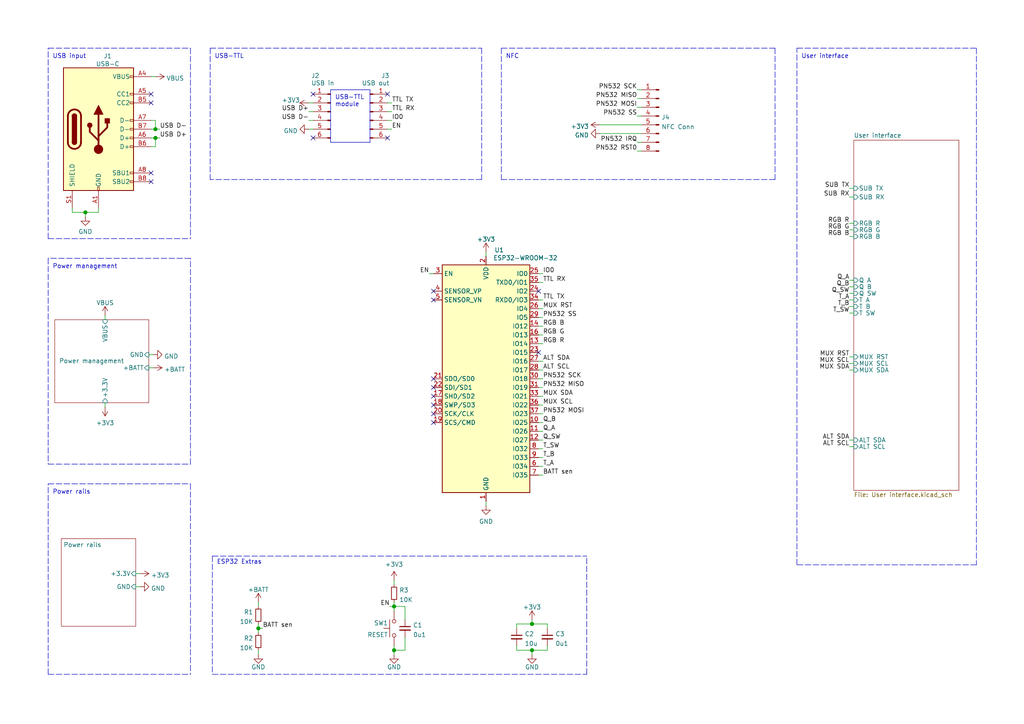
<source format=kicad_sch>
(kicad_sch (version 20210621) (generator eeschema)
  (paper "A4")
  (lib_symbols
    (symbol "Connector:Conn_01x06_Male" (pin_names (offset 1.016) hide)
      (property "Reference" "J" (at 0 7.62 0))
      (property "Value" "Conn_01x06_Male" (at 0 -10.16 0))
      (symbol "Conn_01x06_Male_1_1"
        (rectangle (start 0.8636 -7.493) (end 0 -7.747) (stroke (width 0.1524)) (fill (type outline)))
        (rectangle (start 0.8636 -4.953) (end 0 -5.207) (stroke (width 0.1524)) (fill (type outline)))
        (rectangle (start 0.8636 -2.413) (end 0 -2.667) (stroke (width 0.1524)) (fill (type outline)))
        (rectangle (start 0.8636 0.127) (end 0 -0.127) (stroke (width 0.1524)) (fill (type outline)))
        (rectangle (start 0.8636 2.667) (end 0 2.413) (stroke (width 0.1524)) (fill (type outline)))
        (rectangle (start 0.8636 5.207) (end 0 4.953) (stroke (width 0.1524)) (fill (type outline)))
        (polyline (pts (xy 1.27 -7.62) (xy 0.8636 -7.62)) (stroke (width 0.1524)))
        (polyline (pts (xy 1.27 -5.08) (xy 0.8636 -5.08)) (stroke (width 0.1524)))
        (polyline (pts (xy 1.27 -2.54) (xy 0.8636 -2.54)) (stroke (width 0.1524)))
        (polyline (pts (xy 1.27 0) (xy 0.8636 0)) (stroke (width 0.1524)))
        (polyline (pts (xy 1.27 2.54) (xy 0.8636 2.54)) (stroke (width 0.1524)))
        (polyline (pts (xy 1.27 5.08) (xy 0.8636 5.08)) (stroke (width 0.1524)))
        (pin passive line (at 5.08 5.08 180) (length 3.81) (name "Pin_1") (number "1"))
        (pin passive line (at 5.08 2.54 180) (length 3.81) (name "Pin_2") (number "2"))
        (pin passive line (at 5.08 0 180) (length 3.81) (name "Pin_3") (number "3"))
        (pin passive line (at 5.08 -2.54 180) (length 3.81) (name "Pin_4") (number "4"))
        (pin passive line (at 5.08 -5.08 180) (length 3.81) (name "Pin_5") (number "5"))
        (pin passive line (at 5.08 -7.62 180) (length 3.81) (name "Pin_6") (number "6"))
      )
    )
    (symbol "Connector:Conn_01x08_Male" (pin_names (offset 1.016) hide)
      (property "Reference" "J" (at 0 10.16 0))
      (property "Value" "Conn_01x08_Male" (at 0 -12.7 0))
      (symbol "Conn_01x08_Male_1_1"
        (rectangle (start 0.8636 -10.033) (end 0 -10.287) (stroke (width 0.1524)) (fill (type outline)))
        (rectangle (start 0.8636 -7.493) (end 0 -7.747) (stroke (width 0.1524)) (fill (type outline)))
        (rectangle (start 0.8636 -4.953) (end 0 -5.207) (stroke (width 0.1524)) (fill (type outline)))
        (rectangle (start 0.8636 -2.413) (end 0 -2.667) (stroke (width 0.1524)) (fill (type outline)))
        (rectangle (start 0.8636 0.127) (end 0 -0.127) (stroke (width 0.1524)) (fill (type outline)))
        (rectangle (start 0.8636 2.667) (end 0 2.413) (stroke (width 0.1524)) (fill (type outline)))
        (rectangle (start 0.8636 5.207) (end 0 4.953) (stroke (width 0.1524)) (fill (type outline)))
        (rectangle (start 0.8636 7.747) (end 0 7.493) (stroke (width 0.1524)) (fill (type outline)))
        (polyline (pts (xy 1.27 -10.16) (xy 0.8636 -10.16)) (stroke (width 0.1524)))
        (polyline (pts (xy 1.27 -7.62) (xy 0.8636 -7.62)) (stroke (width 0.1524)))
        (polyline (pts (xy 1.27 -5.08) (xy 0.8636 -5.08)) (stroke (width 0.1524)))
        (polyline (pts (xy 1.27 -2.54) (xy 0.8636 -2.54)) (stroke (width 0.1524)))
        (polyline (pts (xy 1.27 0) (xy 0.8636 0)) (stroke (width 0.1524)))
        (polyline (pts (xy 1.27 2.54) (xy 0.8636 2.54)) (stroke (width 0.1524)))
        (polyline (pts (xy 1.27 5.08) (xy 0.8636 5.08)) (stroke (width 0.1524)))
        (polyline (pts (xy 1.27 7.62) (xy 0.8636 7.62)) (stroke (width 0.1524)))
        (pin passive line (at 5.08 7.62 180) (length 3.81) (name "Pin_1") (number "1"))
        (pin passive line (at 5.08 5.08 180) (length 3.81) (name "Pin_2") (number "2"))
        (pin passive line (at 5.08 2.54 180) (length 3.81) (name "Pin_3") (number "3"))
        (pin passive line (at 5.08 0 180) (length 3.81) (name "Pin_4") (number "4"))
        (pin passive line (at 5.08 -2.54 180) (length 3.81) (name "Pin_5") (number "5"))
        (pin passive line (at 5.08 -5.08 180) (length 3.81) (name "Pin_6") (number "6"))
        (pin passive line (at 5.08 -7.62 180) (length 3.81) (name "Pin_7") (number "7"))
        (pin passive line (at 5.08 -10.16 180) (length 3.81) (name "Pin_8") (number "8"))
      )
    )
    (symbol "Connector:USB_C_Receptacle_USB2.0" (pin_names (offset 1.016))
      (property "Reference" "J" (at -10.16 19.05 0))
      (property "Value" "USB_C_Receptacle_USB2.0" (at 19.05 19.05 0))
      (symbol "USB_C_Receptacle_USB2.0_0_0"
        (rectangle (start -0.254 -17.78) (end 0.254 -16.764))
        (rectangle (start 10.16 -14.986) (end 9.144 -15.494))
        (rectangle (start 10.16 -12.446) (end 9.144 -12.954))
        (rectangle (start 10.16 -4.826) (end 9.144 -5.334))
        (rectangle (start 10.16 -2.286) (end 9.144 -2.794))
        (rectangle (start 10.16 0.254) (end 9.144 -0.254))
        (rectangle (start 10.16 2.794) (end 9.144 2.286))
        (rectangle (start 10.16 7.874) (end 9.144 7.366))
        (rectangle (start 10.16 10.414) (end 9.144 9.906))
        (rectangle (start 10.16 15.494) (end 9.144 14.986))
      )
      (symbol "USB_C_Receptacle_USB2.0_0_1"
        (arc (start -8.89 -3.81) (end -5.08 -3.81) (radius (at -6.985 -3.81) (length 1.905) (angles -179.9 -0.1)) (stroke (width 0.508)))
        (arc (start -7.62 -3.81) (end -6.35 -3.81) (radius (at -6.985 -3.81) (length 0.635) (angles -179.9 -0.1)) (stroke (width 0.254)))
        (arc (start -6.35 3.81) (end -7.62 3.81) (radius (at -6.985 3.81) (length 0.635) (angles 0.1 179.9)) (stroke (width 0.254)))
        (arc (start -5.08 3.81) (end -8.89 3.81) (radius (at -6.985 3.81) (length 1.905) (angles 0.1 179.9)) (stroke (width 0.508)))
        (arc (start -7.62 -3.81) (end -6.35 -3.81) (radius (at -6.985 -3.81) (length 0.635) (angles -179.9 -0.1)) (stroke (width 0.254)) (fill (type outline)))
        (arc (start -6.35 3.81) (end -7.62 3.81) (radius (at -6.985 3.81) (length 0.635) (angles 0.1 179.9)) (stroke (width 0.254)) (fill (type outline)))
        (circle (center -2.54 1.143) (radius 0.635) (stroke (width 0.254)) (fill (type outline)))
        (circle (center 0 -5.842) (radius 1.27) (fill (type outline)))
        (rectangle (start -7.62 -3.81) (end -6.35 3.81) (stroke (width 0.254)) (fill (type outline)))
        (rectangle (start 1.905 1.778) (end 3.175 3.048) (stroke (width 0.254)) (fill (type outline)))
        (rectangle (start -10.16 17.78) (end 10.16 -17.78) (stroke (width 0.254)) (fill (type background)))
        (polyline (pts (xy -8.89 -3.81) (xy -8.89 3.81)) (stroke (width 0.508)))
        (polyline (pts (xy -5.08 3.81) (xy -5.08 -3.81)) (stroke (width 0.508)))
        (polyline (pts (xy 0 -5.842) (xy 0 4.318)) (stroke (width 0.508)))
        (polyline (pts (xy 0 -3.302) (xy -2.54 -0.762) (xy -2.54 0.508)) (stroke (width 0.508)))
        (polyline (pts (xy 0 -2.032) (xy 2.54 0.508) (xy 2.54 1.778)) (stroke (width 0.508)))
        (polyline (pts (xy -1.27 4.318) (xy 0 6.858) (xy 1.27 4.318) (xy -1.27 4.318)) (stroke (width 0.254)) (fill (type outline)))
      )
      (symbol "USB_C_Receptacle_USB2.0_1_1"
        (pin passive line (at 0 -22.86 90) (length 5.08) (name "GND") (number "A1"))
        (pin passive line (at 0 -22.86 90) (length 5.08) hide (name "GND") (number "A12"))
        (pin passive line (at 15.24 15.24 180) (length 5.08) (name "VBUS") (number "A4"))
        (pin bidirectional line (at 15.24 10.16 180) (length 5.08) (name "CC1") (number "A5"))
        (pin bidirectional line (at 15.24 -2.54 180) (length 5.08) (name "D+") (number "A6"))
        (pin bidirectional line (at 15.24 2.54 180) (length 5.08) (name "D-") (number "A7"))
        (pin bidirectional line (at 15.24 -12.7 180) (length 5.08) (name "SBU1") (number "A8"))
        (pin passive line (at 15.24 15.24 180) (length 5.08) hide (name "VBUS") (number "A9"))
        (pin passive line (at 0 -22.86 90) (length 5.08) hide (name "GND") (number "B1"))
        (pin passive line (at 0 -22.86 90) (length 5.08) hide (name "GND") (number "B12"))
        (pin passive line (at 15.24 15.24 180) (length 5.08) hide (name "VBUS") (number "B4"))
        (pin bidirectional line (at 15.24 7.62 180) (length 5.08) (name "CC2") (number "B5"))
        (pin bidirectional line (at 15.24 -5.08 180) (length 5.08) (name "D+") (number "B6"))
        (pin bidirectional line (at 15.24 0 180) (length 5.08) (name "D-") (number "B7"))
        (pin bidirectional line (at 15.24 -15.24 180) (length 5.08) (name "SBU2") (number "B8"))
        (pin passive line (at 15.24 15.24 180) (length 5.08) hide (name "VBUS") (number "B9"))
        (pin passive line (at -7.62 -22.86 90) (length 5.08) (name "SHIELD") (number "S1"))
      )
    )
    (symbol "Device:C_Small" (pin_numbers hide) (pin_names (offset 0.254) hide)
      (property "Reference" "C" (at 0.254 1.778 0))
      (property "Value" "C_Small" (at 0.254 -2.032 0))
      (symbol "C_Small_0_1"
        (polyline (pts (xy -1.524 -0.508) (xy 1.524 -0.508)) (stroke (width 0.3302)))
        (polyline (pts (xy -1.524 0.508) (xy 1.524 0.508)) (stroke (width 0.3048)))
      )
      (symbol "C_Small_1_1"
        (pin passive line (at 0 2.54 270) (length 2.032) (name "~") (number "1"))
        (pin passive line (at 0 -2.54 90) (length 2.032) (name "~") (number "2"))
      )
    )
    (symbol "Device:R_Small" (pin_numbers hide) (pin_names (offset 0.254) hide)
      (property "Reference" "R" (at 0.762 0.508 0))
      (property "Value" "R_Small" (at 0.762 -1.016 0))
      (symbol "R_Small_0_1"
        (rectangle (start -0.762 1.778) (end 0.762 -1.778) (stroke (width 0.2032)))
      )
      (symbol "R_Small_1_1"
        (pin passive line (at 0 2.54 270) (length 0.762) (name "~") (number "1"))
        (pin passive line (at 0 -2.54 90) (length 0.762) (name "~") (number "2"))
      )
    )
    (symbol "RF_Module:ESP32-WROOM-32"
      (property "Reference" "U" (at -12.7 34.29 0))
      (property "Value" "ESP32-WROOM-32" (at 1.27 34.29 0))
      (symbol "ESP32-WROOM-32_0_1"
        (rectangle (start -12.7 33.02) (end 12.7 -33.02) (stroke (width 0.254)) (fill (type background)))
      )
      (symbol "ESP32-WROOM-32_1_1"
        (pin power_in line (at 0 -35.56 90) (length 2.54) (name "GND") (number "1"))
        (pin bidirectional line (at 15.24 -12.7 180) (length 2.54) (name "IO25") (number "10"))
        (pin bidirectional line (at 15.24 -15.24 180) (length 2.54) (name "IO26") (number "11"))
        (pin bidirectional line (at 15.24 -17.78 180) (length 2.54) (name "IO27") (number "12"))
        (pin bidirectional line (at 15.24 10.16 180) (length 2.54) (name "IO14") (number "13"))
        (pin bidirectional line (at 15.24 15.24 180) (length 2.54) (name "IO12") (number "14"))
        (pin passive line (at 0 -35.56 90) (length 2.54) hide (name "GND") (number "15"))
        (pin bidirectional line (at 15.24 12.7 180) (length 2.54) (name "IO13") (number "16"))
        (pin bidirectional line (at -15.24 -5.08 0) (length 2.54) (name "SHD/SD2") (number "17"))
        (pin bidirectional line (at -15.24 -7.62 0) (length 2.54) (name "SWP/SD3") (number "18"))
        (pin bidirectional line (at -15.24 -12.7 0) (length 2.54) (name "SCS/CMD") (number "19"))
        (pin power_in line (at 0 35.56 270) (length 2.54) (name "VDD") (number "2"))
        (pin bidirectional line (at -15.24 -10.16 0) (length 2.54) (name "SCK/CLK") (number "20"))
        (pin bidirectional line (at -15.24 0 0) (length 2.54) (name "SDO/SD0") (number "21"))
        (pin bidirectional line (at -15.24 -2.54 0) (length 2.54) (name "SDI/SD1") (number "22"))
        (pin bidirectional line (at 15.24 7.62 180) (length 2.54) (name "IO15") (number "23"))
        (pin bidirectional line (at 15.24 25.4 180) (length 2.54) (name "IO2") (number "24"))
        (pin bidirectional line (at 15.24 30.48 180) (length 2.54) (name "IO0") (number "25"))
        (pin bidirectional line (at 15.24 20.32 180) (length 2.54) (name "IO4") (number "26"))
        (pin bidirectional line (at 15.24 5.08 180) (length 2.54) (name "IO16") (number "27"))
        (pin bidirectional line (at 15.24 2.54 180) (length 2.54) (name "IO17") (number "28"))
        (pin bidirectional line (at 15.24 17.78 180) (length 2.54) (name "IO5") (number "29"))
        (pin input line (at -15.24 30.48 0) (length 2.54) (name "EN") (number "3"))
        (pin bidirectional line (at 15.24 0 180) (length 2.54) (name "IO18") (number "30"))
        (pin bidirectional line (at 15.24 -2.54 180) (length 2.54) (name "IO19") (number "31"))
        (pin no_connect line (at -12.7 -27.94 0) (length 2.54) hide (name "NC") (number "32"))
        (pin bidirectional line (at 15.24 -5.08 180) (length 2.54) (name "IO21") (number "33"))
        (pin bidirectional line (at 15.24 22.86 180) (length 2.54) (name "RXD0/IO3") (number "34"))
        (pin bidirectional line (at 15.24 27.94 180) (length 2.54) (name "TXD0/IO1") (number "35"))
        (pin bidirectional line (at 15.24 -7.62 180) (length 2.54) (name "IO22") (number "36"))
        (pin bidirectional line (at 15.24 -10.16 180) (length 2.54) (name "IO23") (number "37"))
        (pin passive line (at 0 -35.56 90) (length 2.54) hide (name "GND") (number "38"))
        (pin passive line (at 0 -35.56 90) (length 2.54) hide (name "GND") (number "39"))
        (pin input line (at -15.24 25.4 0) (length 2.54) (name "SENSOR_VP") (number "4"))
        (pin input line (at -15.24 22.86 0) (length 2.54) (name "SENSOR_VN") (number "5"))
        (pin input line (at 15.24 -25.4 180) (length 2.54) (name "IO34") (number "6"))
        (pin input line (at 15.24 -27.94 180) (length 2.54) (name "IO35") (number "7"))
        (pin bidirectional line (at 15.24 -20.32 180) (length 2.54) (name "IO32") (number "8"))
        (pin bidirectional line (at 15.24 -22.86 180) (length 2.54) (name "IO33") (number "9"))
      )
    )
    (symbol "Switch:SW_Push" (pin_numbers hide) (pin_names (offset 1.016) hide)
      (property "Reference" "SW" (at 1.27 2.54 0))
      (property "Value" "SW_Push" (at 0 -1.524 0))
      (symbol "SW_Push_0_1"
        (circle (center -2.032 0) (radius 0.508))
        (circle (center 2.032 0) (radius 0.508))
        (polyline (pts (xy 0 1.27) (xy 0 3.048)))
        (polyline (pts (xy 2.54 1.27) (xy -2.54 1.27)))
        (pin passive line (at -5.08 0 0) (length 2.54) (name "1") (number "1"))
        (pin passive line (at 5.08 0 180) (length 2.54) (name "2") (number "2"))
      )
    )
    (symbol "power:+3.3V" (power) (pin_names (offset 0))
      (property "Value" "+3.3V" (at 0 3.556 0))
      (symbol "+3.3V_0_1"
        (polyline (pts (xy -0.762 1.27) (xy 0 2.54)))
        (polyline (pts (xy 0 0) (xy 0 2.54)))
        (polyline (pts (xy 0 2.54) (xy 0.762 1.27)))
      )
      (symbol "+3.3V_1_1"
        (pin power_in line (at 0 0 90) (length 0) hide (name "+3V3") (number "1"))
      )
    )
    (symbol "power:+BATT" (power) (pin_names (offset 0))
      (property "Value" "+BATT" (at 0 3.556 0))
      (symbol "+BATT_0_1"
        (polyline (pts (xy -0.762 1.27) (xy 0 2.54)))
        (polyline (pts (xy 0 0) (xy 0 2.54)))
        (polyline (pts (xy 0 2.54) (xy 0.762 1.27)))
      )
      (symbol "+BATT_1_1"
        (pin power_in line (at 0 0 90) (length 0) hide (name "+BATT") (number "1"))
      )
    )
    (symbol "power:GND" (power) (pin_names (offset 0))
      (property "Value" "GND" (at 0 -3.81 0))
      (symbol "GND_0_1"
        (polyline (pts (xy 0 0) (xy 0 -1.27) (xy 1.27 -1.27) (xy 0 -2.54) (xy -1.27 -1.27) (xy 0 -1.27)))
      )
      (symbol "GND_1_1"
        (pin power_in line (at 0 0 270) (length 0) hide (name "GND") (number "1"))
      )
    )
    (symbol "power:VBUS" (power) (pin_names (offset 0))
      (property "Value" "VBUS" (at 0 3.81 0))
      (symbol "VBUS_0_1"
        (polyline (pts (xy -0.762 1.27) (xy 0 2.54)))
        (polyline (pts (xy 0 0) (xy 0 2.54)))
        (polyline (pts (xy 0 2.54) (xy 0.762 1.27)))
      )
      (symbol "VBUS_1_1"
        (pin power_in line (at 0 0 90) (length 0) hide (name "VBUS") (number "1"))
      )
    )
  )
  (junction (at 24.765 61.595) (diameter 1.016))
  (junction (at 45.085 37.465) (diameter 1.016))
  (junction (at 45.085 40.005) (diameter 1.016))
  (junction (at 74.93 182.245) (diameter 1.016))
  (junction (at 114.3 175.895) (diameter 1.016))
  (junction (at 114.3 188.595) (diameter 1.016))
  (junction (at 154.305 180.975) (diameter 1.016))
  (junction (at 154.305 188.595) (diameter 1.016))
  (no_connect (at 43.815 27.305))
  (no_connect (at 43.815 29.845))
  (no_connect (at 43.815 50.165))
  (no_connect (at 43.815 52.705))
  (no_connect (at 90.805 27.305))
  (no_connect (at 90.805 40.005))
  (no_connect (at 112.395 27.305))
  (no_connect (at 112.395 40.005))
  (no_connect (at 125.73 84.455))
  (no_connect (at 125.73 86.995))
  (no_connect (at 125.73 109.855))
  (no_connect (at 125.73 112.395))
  (no_connect (at 125.73 114.935))
  (no_connect (at 125.73 117.475))
  (no_connect (at 125.73 120.015))
  (no_connect (at 125.73 122.555))
  (no_connect (at 156.21 84.455))
  (no_connect (at 156.21 102.235))
  (wire (pts (xy 20.955 60.325) (xy 20.955 61.595)))
  (wire (pts (xy 20.955 61.595) (xy 24.765 61.595)))
  (wire (pts (xy 24.765 61.595) (xy 24.765 62.865)))
  (wire (pts (xy 24.765 61.595) (xy 28.575 61.595)))
  (wire (pts (xy 28.575 61.595) (xy 28.575 60.325)))
  (wire (pts (xy 30.48 91.44) (xy 30.48 92.71)))
  (wire (pts (xy 30.48 116.84) (xy 30.48 118.11)))
  (wire (pts (xy 39.37 166.37) (xy 40.64 166.37)))
  (wire (pts (xy 39.37 170.18) (xy 40.64 170.18)))
  (wire (pts (xy 43.18 102.87) (xy 44.45 102.87)))
  (wire (pts (xy 43.18 106.68) (xy 44.45 106.68)))
  (wire (pts (xy 43.815 22.225) (xy 45.085 22.225)))
  (wire (pts (xy 43.815 34.925) (xy 45.085 34.925)))
  (wire (pts (xy 43.815 37.465) (xy 45.085 37.465)))
  (wire (pts (xy 43.815 40.005) (xy 45.085 40.005)))
  (wire (pts (xy 43.815 42.545) (xy 45.085 42.545)))
  (wire (pts (xy 45.085 34.925) (xy 45.085 37.465)))
  (wire (pts (xy 45.085 37.465) (xy 46.355 37.465)))
  (wire (pts (xy 45.085 40.005) (xy 46.355 40.005)))
  (wire (pts (xy 45.085 42.545) (xy 45.085 40.005)))
  (wire (pts (xy 74.93 174.625) (xy 74.93 175.895)))
  (wire (pts (xy 74.93 180.975) (xy 74.93 182.245)))
  (wire (pts (xy 74.93 182.245) (xy 74.93 183.515)))
  (wire (pts (xy 74.93 182.245) (xy 76.2 182.245)))
  (wire (pts (xy 74.93 188.595) (xy 74.93 189.865)))
  (wire (pts (xy 89.535 29.845) (xy 90.805 29.845)))
  (wire (pts (xy 89.535 32.385) (xy 90.805 32.385)))
  (wire (pts (xy 89.535 34.925) (xy 90.805 34.925)))
  (wire (pts (xy 89.535 37.465) (xy 90.805 37.465)))
  (wire (pts (xy 112.395 29.845) (xy 113.665 29.845)))
  (wire (pts (xy 112.395 32.385) (xy 113.665 32.385)))
  (wire (pts (xy 112.395 34.925) (xy 113.665 34.925)))
  (wire (pts (xy 112.395 37.465) (xy 113.665 37.465)))
  (wire (pts (xy 113.03 175.895) (xy 114.3 175.895)))
  (wire (pts (xy 114.3 169.545) (xy 114.3 168.275)))
  (wire (pts (xy 114.3 175.895) (xy 114.3 174.625)))
  (wire (pts (xy 114.3 175.895) (xy 114.3 177.165)))
  (wire (pts (xy 114.3 187.325) (xy 114.3 188.595)))
  (wire (pts (xy 114.3 188.595) (xy 117.475 188.595)))
  (wire (pts (xy 114.3 189.865) (xy 114.3 188.595)))
  (wire (pts (xy 117.475 175.895) (xy 114.3 175.895)))
  (wire (pts (xy 117.475 179.705) (xy 117.475 175.895)))
  (wire (pts (xy 117.475 188.595) (xy 117.475 184.785)))
  (wire (pts (xy 124.46 79.375) (xy 125.73 79.375)))
  (wire (pts (xy 140.97 73.025) (xy 140.97 74.295)))
  (wire (pts (xy 140.97 145.415) (xy 140.97 146.685)))
  (wire (pts (xy 149.86 180.975) (xy 154.305 180.975)))
  (wire (pts (xy 149.86 182.245) (xy 149.86 180.975)))
  (wire (pts (xy 149.86 187.325) (xy 149.86 188.595)))
  (wire (pts (xy 149.86 188.595) (xy 154.305 188.595)))
  (wire (pts (xy 154.305 180.975) (xy 154.305 179.705)))
  (wire (pts (xy 154.305 188.595) (xy 158.75 188.595)))
  (wire (pts (xy 154.305 189.865) (xy 154.305 188.595)))
  (wire (pts (xy 156.21 79.375) (xy 157.48 79.375)))
  (wire (pts (xy 156.21 81.915) (xy 157.48 81.915)))
  (wire (pts (xy 156.21 86.995) (xy 157.48 86.995)))
  (wire (pts (xy 156.21 89.535) (xy 157.48 89.535)))
  (wire (pts (xy 156.21 92.075) (xy 157.48 92.075)))
  (wire (pts (xy 156.21 94.615) (xy 157.48 94.615)))
  (wire (pts (xy 156.21 97.155) (xy 157.48 97.155)))
  (wire (pts (xy 156.21 99.695) (xy 157.48 99.695)))
  (wire (pts (xy 156.21 104.775) (xy 157.48 104.775)))
  (wire (pts (xy 156.21 107.315) (xy 157.48 107.315)))
  (wire (pts (xy 156.21 109.855) (xy 157.48 109.855)))
  (wire (pts (xy 156.21 112.395) (xy 157.48 112.395)))
  (wire (pts (xy 156.21 114.935) (xy 157.48 114.935)))
  (wire (pts (xy 156.21 117.475) (xy 157.48 117.475)))
  (wire (pts (xy 156.21 120.015) (xy 157.48 120.015)))
  (wire (pts (xy 156.21 122.555) (xy 157.48 122.555)))
  (wire (pts (xy 156.21 125.095) (xy 157.48 125.095)))
  (wire (pts (xy 156.21 127.635) (xy 157.48 127.635)))
  (wire (pts (xy 156.21 130.175) (xy 157.48 130.175)))
  (wire (pts (xy 156.21 132.715) (xy 157.48 132.715)))
  (wire (pts (xy 156.21 135.255) (xy 157.48 135.255)))
  (wire (pts (xy 156.21 137.795) (xy 157.48 137.795)))
  (wire (pts (xy 158.75 180.975) (xy 154.305 180.975)))
  (wire (pts (xy 158.75 182.245) (xy 158.75 180.975)))
  (wire (pts (xy 158.75 188.595) (xy 158.75 187.325)))
  (wire (pts (xy 173.99 36.195) (xy 186.055 36.195)))
  (wire (pts (xy 173.99 38.735) (xy 186.055 38.735)))
  (wire (pts (xy 184.785 26.035) (xy 186.055 26.035)))
  (wire (pts (xy 184.785 28.575) (xy 186.055 28.575)))
  (wire (pts (xy 184.785 31.115) (xy 186.055 31.115)))
  (wire (pts (xy 184.785 33.655) (xy 186.055 33.655)))
  (wire (pts (xy 184.785 41.275) (xy 186.055 41.275)))
  (wire (pts (xy 184.785 43.815) (xy 186.055 43.815)))
  (wire (pts (xy 246.38 54.61) (xy 247.65 54.61)))
  (wire (pts (xy 246.38 57.15) (xy 247.65 57.15)))
  (wire (pts (xy 246.38 64.77) (xy 247.65 64.77)))
  (wire (pts (xy 246.38 66.675) (xy 247.65 66.675)))
  (wire (pts (xy 246.38 68.58) (xy 247.65 68.58)))
  (wire (pts (xy 246.38 81.28) (xy 247.65 81.28)))
  (wire (pts (xy 246.38 83.185) (xy 247.65 83.185)))
  (wire (pts (xy 246.38 85.09) (xy 247.65 85.09)))
  (wire (pts (xy 246.38 86.995) (xy 247.65 86.995)))
  (wire (pts (xy 246.38 88.9) (xy 247.65 88.9)))
  (wire (pts (xy 246.38 90.805) (xy 247.65 90.805)))
  (wire (pts (xy 246.38 103.505) (xy 247.65 103.505)))
  (wire (pts (xy 246.38 105.41) (xy 247.65 105.41)))
  (wire (pts (xy 246.38 107.315) (xy 247.65 107.315)))
  (wire (pts (xy 246.38 127.635) (xy 247.65 127.635)))
  (wire (pts (xy 246.38 129.54) (xy 247.65 129.54)))
  (polyline (pts (xy 13.97 13.97) (xy 55.245 13.97)) (stroke (width 0) (type dash)))
  (polyline (pts (xy 13.97 69.215) (xy 13.97 13.97)) (stroke (width 0) (type dash)))
  (polyline (pts (xy 13.97 69.215) (xy 55.245 69.215)) (stroke (width 0) (type dash)))
  (polyline (pts (xy 13.97 74.93) (xy 13.97 134.62)) (stroke (width 0) (type dash)))
  (polyline (pts (xy 13.97 134.62) (xy 55.245 134.62)) (stroke (width 0) (type dash)))
  (polyline (pts (xy 13.97 140.335) (xy 55.245 140.335)) (stroke (width 0) (type dash)))
  (polyline (pts (xy 13.97 195.58) (xy 13.97 140.335)) (stroke (width 0) (type dash)))
  (polyline (pts (xy 13.97 195.58) (xy 55.245 195.58)) (stroke (width 0) (type dash)))
  (polyline (pts (xy 55.245 13.97) (xy 55.245 69.215)) (stroke (width 0) (type dash)))
  (polyline (pts (xy 55.245 74.93) (xy 13.97 74.93)) (stroke (width 0) (type dash)))
  (polyline (pts (xy 55.245 134.62) (xy 55.245 74.93)) (stroke (width 0) (type dash)))
  (polyline (pts (xy 55.245 140.335) (xy 55.245 195.58)) (stroke (width 0) (type dash)))
  (polyline (pts (xy 60.96 13.97) (xy 60.96 52.07)) (stroke (width 0) (type dash)))
  (polyline (pts (xy 60.96 13.97) (xy 139.7 13.97)) (stroke (width 0) (type dash)))
  (polyline (pts (xy 61.595 161.29) (xy 61.595 195.58)) (stroke (width 0) (type dash)))
  (polyline (pts (xy 61.595 161.29) (xy 170.18 161.29)) (stroke (width 0) (type dash)))
  (polyline (pts (xy 61.595 195.58) (xy 170.18 195.58)) (stroke (width 0) (type dash)))
  (polyline (pts (xy 95.885 26.035) (xy 95.885 41.275)) (stroke (width 0) (type solid)))
  (polyline (pts (xy 95.885 26.035) (xy 107.315 26.035)) (stroke (width 0) (type solid)))
  (polyline (pts (xy 95.885 41.275) (xy 107.315 41.275)) (stroke (width 0) (type solid)))
  (polyline (pts (xy 107.315 41.275) (xy 107.315 26.035)) (stroke (width 0) (type solid)))
  (polyline (pts (xy 139.7 13.97) (xy 139.7 52.07)) (stroke (width 0) (type dash)))
  (polyline (pts (xy 139.7 52.07) (xy 60.96 52.07)) (stroke (width 0) (type dash)))
  (polyline (pts (xy 145.415 13.97) (xy 145.415 52.07)) (stroke (width 0) (type dash)))
  (polyline (pts (xy 145.415 13.97) (xy 224.79 13.97)) (stroke (width 0) (type dash)))
  (polyline (pts (xy 170.18 195.58) (xy 170.18 161.29)) (stroke (width 0) (type dash)))
  (polyline (pts (xy 224.79 13.97) (xy 224.79 52.07)) (stroke (width 0) (type dash)))
  (polyline (pts (xy 224.79 52.07) (xy 145.415 52.07)) (stroke (width 0) (type dash)))
  (polyline (pts (xy 231.14 13.97) (xy 283.21 13.97)) (stroke (width 0) (type dash)))
  (polyline (pts (xy 231.14 163.83) (xy 231.14 13.97)) (stroke (width 0) (type dash)))
  (polyline (pts (xy 283.21 13.97) (xy 283.21 163.83)) (stroke (width 0) (type dash)))
  (polyline (pts (xy 283.21 163.83) (xy 231.14 163.83)) (stroke (width 0) (type dash)))
  (text "USB input" (at 15.24 17.145 0) (effects (font (size 1.27 1.27)) (justify left bottom)))
  (text "Power management" (at 15.24 78.105 0) (effects (font (size 1.27 1.27)) (justify left bottom)))
  (text "Power rails" (at 15.24 143.51 0) (effects (font (size 1.27 1.27)) (justify left bottom)))
  (text "USB-TTL\n" (at 62.23 17.145 0) (effects (font (size 1.27 1.27)) (justify left bottom)))
  (text "ESP32 Extras" (at 62.865 163.83 0) (effects (font (size 1.27 1.27)) (justify left bottom)))
  (text "USB-TTL\nmodule" (at 97.155 31.115 0) (effects (font (size 1.27 1.27)) (justify left bottom)))
  (text "NFC" (at 146.685 17.145 0) (effects (font (size 1.27 1.27)) (justify left bottom)))
  (text "User interface" (at 232.41 17.145 0) (effects (font (size 1.27 1.27)) (justify left bottom)))
  (label "USB D-" (at 46.355 37.465 0))
  (label "USB D+" (at 46.355 40.005 0))
  (label "BATT sen" (at 76.2 182.245 0))
  (label "USB D+" (at 89.535 32.385 180))
  (label "USB D-" (at 89.535 34.925 180))
  (label "EN" (at 113.03 175.895 180))
  (label "TTL TX" (at 113.665 29.845 0))
  (label "TTL RX" (at 113.665 32.385 0))
  (label "IO0" (at 113.665 34.925 0))
  (label "EN" (at 113.665 37.465 0))
  (label "EN" (at 124.46 79.375 180))
  (label "IO0" (at 157.48 79.375 0))
  (label "TTL RX" (at 157.48 81.915 0))
  (label "TTL TX" (at 157.48 86.995 0))
  (label "MUX RST" (at 157.48 89.535 0))
  (label "PN532 SS" (at 157.48 92.075 0))
  (label "RGB B" (at 157.48 94.615 0))
  (label "RGB G" (at 157.48 97.155 0))
  (label "RGB R" (at 157.48 99.695 0))
  (label "ALT SDA" (at 157.48 104.775 0))
  (label "ALT SCL" (at 157.48 107.315 0))
  (label "PN532 SCK" (at 157.48 109.855 0))
  (label "PN532 MISO" (at 157.48 112.395 0))
  (label "MUX SDA" (at 157.48 114.935 0))
  (label "MUX SCL" (at 157.48 117.475 0))
  (label "PN532 MOSI" (at 157.48 120.015 0))
  (label "Q_B" (at 157.48 122.555 0))
  (label "Q_A" (at 157.48 125.095 0))
  (label "Q_SW" (at 157.48 127.635 0))
  (label "T_SW" (at 157.48 130.175 0))
  (label "T_B" (at 157.48 132.715 0))
  (label "T_A" (at 157.48 135.255 0))
  (label "BATT sen" (at 157.48 137.795 0))
  (label "PN532 SCK" (at 184.785 26.035 180))
  (label "PN532 MISO" (at 184.785 28.575 180))
  (label "PN532 MOSI" (at 184.785 31.115 180))
  (label "PN532 SS" (at 184.785 33.655 180))
  (label "PN532 IRQ" (at 184.785 41.275 180))
  (label "PN532 RST0" (at 184.785 43.815 180))
  (label "SUB TX" (at 246.38 54.61 180))
  (label "SUB RX" (at 246.38 57.15 180))
  (label "RGB R" (at 246.38 64.77 180))
  (label "RGB G" (at 246.38 66.675 180))
  (label "RGB B" (at 246.38 68.58 180))
  (label "Q_A" (at 246.38 81.28 180))
  (label "Q_B" (at 246.38 83.185 180))
  (label "Q_SW" (at 246.38 85.09 180))
  (label "T_A" (at 246.38 86.995 180))
  (label "T_B" (at 246.38 88.9 180))
  (label "T_SW" (at 246.38 90.805 180))
  (label "MUX RST" (at 246.38 103.505 180))
  (label "MUX SCL" (at 246.38 105.41 180))
  (label "MUX SDA" (at 246.38 107.315 180))
  (label "ALT SDA" (at 246.38 127.635 180))
  (label "ALT SCL" (at 246.38 129.54 180))
  (symbol (lib_id "power:VBUS") (at 30.48 91.44 0) (unit 1)
    (property "Reference" "#PWR0104" (effects hide))
    (property "Value" "VBUS" (at 30.48 87.8354 0))
  )
  (symbol (lib_id "power:+3.3V") (at 30.48 118.11 180) (unit 1)
    (property "Reference" "#PWR0103" (effects hide))
    (property "Value" "+3.3V" (at 30.48 122.6726 0))
  )
  (symbol (lib_id "power:+3.3V") (at 40.64 166.37 270) (unit 1)
    (property "Reference" "#PWR0105" (effects hide))
    (property "Value" "+3.3V" (at 43.8151 166.849 90) (effects (justify left)))
  )
  (symbol (lib_id "power:+BATT") (at 44.45 106.68 270) (unit 1)
    (property "Reference" "#PWR0107" (effects hide))
    (property "Value" "+BATT" (at 47.6251 107.159 90) (effects (justify left)))
  )
  (symbol (lib_id "power:VBUS") (at 45.085 22.225 270) (unit 1)
    (property "Reference" "#PWR0102" (effects hide))
    (property "Value" "VBUS" (at 48.2601 22.704 90) (effects (justify left)))
  )
  (symbol (lib_id "power:+BATT") (at 74.93 174.625 0) (unit 1)
    (property "Reference" "#PWR0111" (effects hide))
    (property "Value" "+BATT" (at 74.93 171.0204 0))
  )
  (symbol (lib_id "power:+3.3V") (at 89.535 29.845 90) (unit 1)
    (property "Reference" "#PWR0115" (effects hide))
    (property "Value" "+3.3V" (at 86.9949 29.054 90) (effects (justify left)))
  )
  (symbol (lib_id "power:+3.3V") (at 114.3 168.275 0) (unit 1)
    (property "Reference" "#PWR0119" (effects hide))
    (property "Value" "+3.3V" (at 114.3 163.7124 0))
  )
  (symbol (lib_id "power:+3.3V") (at 140.97 73.025 0) (unit 1)
    (property "Reference" "#PWR0116" (effects hide))
    (property "Value" "+3.3V" (at 140.97 69.4204 0))
  )
  (symbol (lib_id "power:+3.3V") (at 154.305 179.705 0) (unit 1)
    (property "Reference" "#PWR0118" (effects hide))
    (property "Value" "+3.3V" (at 154.305 176.1004 0))
  )
  (symbol (lib_id "power:+3.3V") (at 173.99 36.195 90) (unit 1)
    (property "Reference" "#PWR0112" (effects hide))
    (property "Value" "+3.3V" (at 170.8149 36.674 90) (effects (justify left)))
  )
  (symbol (lib_id "power:GND") (at 24.765 62.865 0) (unit 1)
    (property "Reference" "#PWR0101" (effects hide))
    (property "Value" "GND" (at 24.765 67.1894 0))
  )
  (symbol (lib_id "power:GND") (at 40.64 170.18 90) (unit 1)
    (property "Reference" "#PWR0106" (effects hide))
    (property "Value" "GND" (at 43.8151 170.659 90) (effects (justify right)))
  )
  (symbol (lib_id "power:GND") (at 44.45 102.87 90) (unit 1)
    (property "Reference" "#PWR0108" (effects hide))
    (property "Value" "GND" (at 47.6251 103.349 90) (effects (justify right)))
  )
  (symbol (lib_id "power:GND") (at 74.93 189.865 0) (unit 1)
    (property "Reference" "#PWR0109" (effects hide))
    (property "Value" "GND" (at 74.93 193.4696 0))
  )
  (symbol (lib_id "power:GND") (at 89.535 37.465 270) (mirror x) (unit 1)
    (property "Reference" "#PWR0114" (effects hide))
    (property "Value" "GND" (at 86.36 37.944 90) (effects (justify right)))
  )
  (symbol (lib_id "power:GND") (at 114.3 189.865 0) (unit 1)
    (property "Reference" "#PWR0110" (effects hide))
    (property "Value" "GND" (at 114.3 193.4696 0))
  )
  (symbol (lib_id "power:GND") (at 140.97 146.685 0) (unit 1)
    (property "Reference" "#PWR0120" (effects hide))
    (property "Value" "GND" (at 140.97 151.2476 0))
  )
  (symbol (lib_id "power:GND") (at 154.305 189.865 0) (unit 1)
    (property "Reference" "#PWR0117" (effects hide))
    (property "Value" "GND" (at 154.305 193.4696 0))
  )
  (symbol (lib_id "power:GND") (at 173.99 38.735 270) (unit 1)
    (property "Reference" "#PWR0113" (effects hide))
    (property "Value" "GND" (at 170.815 39.214 90) (effects (justify right)))
  )
  (symbol (lib_id "Device:R_Small") (at 74.93 178.435 0) (mirror y) (unit 1)
    (property "Reference" "R1" (at 73.4313 177.5265 0) (effects (justify left)))
    (property "Value" "10K" (at 73.4313 180.3016 0) (effects (justify left)))
    (property "Footprint" "Resistor_SMD:R_0603_1608Metric" (effects hide))
  )
  (symbol (lib_id "Device:R_Small") (at 74.93 186.055 0) (unit 1)
    (property "Reference" "R2" (at 73.4313 185.1465 0) (effects (justify right)))
    (property "Value" "10K" (at 73.4313 187.9216 0) (effects (justify right)))
    (property "Footprint" "Resistor_SMD:R_0603_1608Metric" (effects hide))
  )
  (symbol (lib_id "Device:R_Small") (at 114.3 172.085 180) (unit 1)
    (property "Reference" "R3" (at 115.7987 171.1765 0) (effects (justify right)))
    (property "Value" "10K" (at 115.7987 173.9516 0) (effects (justify right)))
    (property "Footprint" "Resistor_SMD:R_0603_1608Metric" (effects hide))
  )
  (symbol (lib_id "Device:C_Small") (at 117.475 182.245 0) (unit 1)
    (property "Reference" "C1" (at 119.7992 181.3365 0) (effects (justify left)))
    (property "Value" "0u1" (at 119.7992 184.1116 0) (effects (justify left)))
    (property "Footprint" "Capacitor_SMD:C_0603_1608Metric" (effects hide))
  )
  (symbol (lib_id "Device:C_Small") (at 149.86 184.785 0) (unit 1)
    (property "Reference" "C2" (at 152.1842 183.8765 0) (effects (justify left)))
    (property "Value" "10u" (at 152.1842 186.6516 0) (effects (justify left)))
    (property "Footprint" "Capacitor_SMD:C_0603_1608Metric" (effects hide))
  )
  (symbol (lib_id "Device:C_Small") (at 158.75 184.785 0) (unit 1)
    (property "Reference" "C3" (at 161.0742 183.8765 0) (effects (justify left)))
    (property "Value" "0u1" (at 161.0742 186.6516 0) (effects (justify left)))
    (property "Footprint" "Capacitor_SMD:C_0603_1608Metric" (effects hide))
  )
  (symbol (lib_id "Switch:SW_Push") (at 114.3 182.245 90) (unit 1)
    (property "Reference" "SW1" (at 108.4581 180.7015 90) (effects (justify right)))
    (property "Value" "RESET" (at 106.5531 184.1116 90) (effects (justify right)))
    (property "Footprint" "Button_Switch_SMD:SW_Push_1P1T_NO_6x6mm_H9.5mm" (effects hide))
  )
  (symbol (lib_id "Connector:Conn_01x06_Male") (at 95.885 32.385 0) (mirror y) (unit 1)
    (property "Reference" "J2" (at 90.2463 21.9515 0) (effects (justify right)))
    (property "Value" "USB in" (at 90.2463 24.0916 0) (effects (justify right)))
    (property "Footprint" "custom:PinSocket_1x06_P2.54mm_Vertical" (effects hide))
  )
  (symbol (lib_id "Connector:Conn_01x06_Male") (at 107.315 32.385 0) (unit 1)
    (property "Reference" "J3" (at 112.9537 21.9515 0) (effects (justify right)))
    (property "Value" "USB out" (at 112.9537 24.0916 0) (effects (justify right)))
    (property "Footprint" "custom:PinSocket_1x06_P2.54mm_Vertical" (effects hide))
  )
  (symbol (lib_id "Connector:Conn_01x08_Male") (at 191.135 33.655 0) (mirror y) (unit 1)
    (property "Reference" "J4" (at 191.8463 34.0165 0) (effects (justify right)))
    (property "Value" "NFC Conn" (at 191.8463 36.7916 0) (effects (justify right)))
    (property "Footprint" "Connector_PinSocket_2.54mm:PinSocket_1x08_P2.54mm_Vertical" (effects hide))
  )
  (symbol (lib_id "Connector:USB_C_Receptacle_USB2.0") (at 28.575 37.465 0) (unit 1)
    (property "Reference" "J1" (at 31.242 16.2518 0))
    (property "Value" "USB-C" (at 31.242 18.5505 0))
    (property "Footprint" "Connector_USB:USB_C_Receptacle_HRO_TYPE-C-31-M-12" (effects hide))
    (property "Datasheet" "https://www.usb.org/sites/default/files/documents/usb_type-c.zip" (effects hide))
    (property "LCSC Part" "C165948" (effects hide))
  )
  (symbol (lib_id "RF_Module:ESP32-WROOM-32") (at 140.97 109.855 0) (unit 1)
    (property "Reference" "U1" (at 144.78 72.5128 0))
    (property "Value" "ESP32-WROOM-32" (at 152.4 74.8115 0))
    (property "Footprint" "RF_Module:ESP32-WROOM-32" (effects hide))
    (property "Datasheet" "https://www.espressif.com/sites/default/files/documentation/esp32-wroom-32_datasheet_en.pdf" (effects hide))
  )
  (sheet (at 15.875 92.71) (size 27.305 24.13) (stroke (width 0.0006))
    (property "Sheet name" "Power management" (at 17.145 105.4093 0) (effects (justify left bottom)))
    (property "Sheet file" "Power management.kicad_sch" (effects hide))
    (pin "+3.3V" input (at 30.48 116.84 270))
    (pin "GND" input (at 43.18 102.87 0))
    (pin "+BATT" input (at 43.18 106.68 0))
    (pin "VBUS" input (at 30.48 92.71 90))
  )
  (sheet (at 17.78 156.21) (size 21.59 25.4) (stroke (width 0.0006))
    (property "Sheet name" "Power rails" (at 18.415 158.7493 0) (effects (justify left bottom)))
    (property "Sheet file" "Power rails.kicad_sch" (effects hide))
    (pin "+3.3V" input (at 39.37 166.37 0))
    (pin "GND" input (at 39.37 170.18 0))
  )
  (sheet (at 247.65 40.64) (size 30.48 101.6) (stroke (width 0.0006))
    (property "Sheet name" "User interface" (at 247.65 40.0043 0) (effects (justify left bottom)))
    (property "Sheet file" "User interface.kicad_sch" (at 247.65 142.7487 0) (effects (justify left top)))
    (pin "MUX SDA" input (at 247.65 107.315 180))
    (pin "MUX SCL" input (at 247.65 105.41 180))
    (pin "MUX RST" input (at 247.65 103.505 180))
    (pin "Q A" input (at 247.65 81.28 180))
    (pin "T B" input (at 247.65 88.9 180))
    (pin "T A" input (at 247.65 86.995 180))
    (pin "T SW" input (at 247.65 90.805 180))
    (pin "Q SW" input (at 247.65 85.09 180))
    (pin "Q B" input (at 247.65 83.185 180))
    (pin "RGB B" input (at 247.65 68.58 180))
    (pin "RGB R" input (at 247.65 64.77 180))
    (pin "RGB G" input (at 247.65 66.675 180))
    (pin "SUB RX" input (at 247.65 57.15 180))
    (pin "SUB TX" input (at 247.65 54.61 180))
    (pin "ALT SDA" input (at 247.65 127.635 180))
    (pin "ALT SCL" input (at 247.65 129.54 180))
  )
)
</source>
